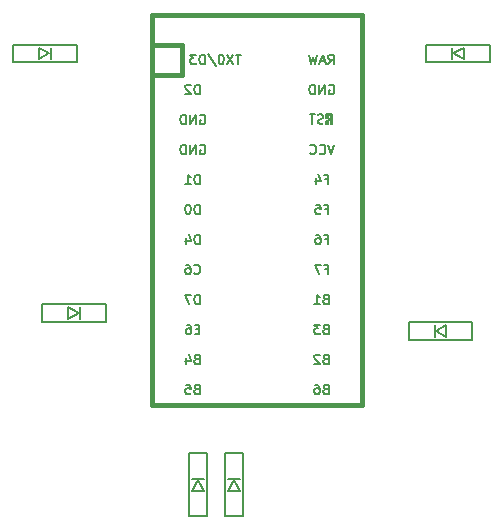
<source format=gbr>
G04 #@! TF.GenerationSoftware,KiCad,Pcbnew,(5.1.2)-2*
G04 #@! TF.CreationDate,2019-07-15T17:49:32+09:00*
G04 #@! TF.ProjectId,meishi,6d656973-6869-42e6-9b69-6361645f7063,rev?*
G04 #@! TF.SameCoordinates,Original*
G04 #@! TF.FileFunction,Legend,Bot*
G04 #@! TF.FilePolarity,Positive*
%FSLAX46Y46*%
G04 Gerber Fmt 4.6, Leading zero omitted, Abs format (unit mm)*
G04 Created by KiCad (PCBNEW (5.1.2)-2) date 2019-07-15 17:49:32*
%MOMM*%
%LPD*%
G04 APERTURE LIST*
%ADD10C,0.150000*%
%ADD11C,0.381000*%
G04 APERTURE END LIST*
D10*
X151100000Y-53000000D02*
X152000000Y-52500000D01*
X152000000Y-52500000D02*
X152000000Y-53500000D01*
X152000000Y-53500000D02*
X151100000Y-53000000D01*
X151000000Y-52500000D02*
X151000000Y-53500000D01*
X154200000Y-52250000D02*
X148800000Y-52250000D01*
X148800000Y-52250000D02*
X148800000Y-53750000D01*
X148800000Y-53750000D02*
X154200000Y-53750000D01*
X154200000Y-53750000D02*
X154200000Y-52250000D01*
X129500000Y-89100000D02*
X130000000Y-90000000D01*
X130000000Y-90000000D02*
X129000000Y-90000000D01*
X129000000Y-90000000D02*
X129500000Y-89100000D01*
X130000000Y-89000000D02*
X129000000Y-89000000D01*
X130250000Y-92200000D02*
X130250000Y-86800000D01*
X130250000Y-86800000D02*
X128750000Y-86800000D01*
X128750000Y-86800000D02*
X128750000Y-92200000D01*
X128750000Y-92200000D02*
X130250000Y-92200000D01*
X131750000Y-92200000D02*
X133250000Y-92200000D01*
X131750000Y-86800000D02*
X131750000Y-92200000D01*
X133250000Y-86800000D02*
X131750000Y-86800000D01*
X133250000Y-92200000D02*
X133250000Y-86800000D01*
X133000000Y-89000000D02*
X132000000Y-89000000D01*
X132000000Y-90000000D02*
X132500000Y-89100000D01*
X133000000Y-90000000D02*
X132000000Y-90000000D01*
X132500000Y-89100000D02*
X133000000Y-90000000D01*
X113800000Y-52250000D02*
X113800000Y-53750000D01*
X119200000Y-52250000D02*
X113800000Y-52250000D01*
X119200000Y-53750000D02*
X119200000Y-52250000D01*
X113800000Y-53750000D02*
X119200000Y-53750000D01*
X117000000Y-53500000D02*
X117000000Y-52500000D01*
X116000000Y-52500000D02*
X116900000Y-53000000D01*
X116000000Y-53500000D02*
X116000000Y-52500000D01*
X116900000Y-53000000D02*
X116000000Y-53500000D01*
X116300000Y-74250000D02*
X116300000Y-75750000D01*
X121700000Y-74250000D02*
X116300000Y-74250000D01*
X121700000Y-75750000D02*
X121700000Y-74250000D01*
X116300000Y-75750000D02*
X121700000Y-75750000D01*
X119500000Y-75500000D02*
X119500000Y-74500000D01*
X118500000Y-74500000D02*
X119400000Y-75000000D01*
X118500000Y-75500000D02*
X118500000Y-74500000D01*
X119400000Y-75000000D02*
X118500000Y-75500000D01*
X149600000Y-76500000D02*
X150500000Y-76000000D01*
X150500000Y-76000000D02*
X150500000Y-77000000D01*
X150500000Y-77000000D02*
X149600000Y-76500000D01*
X149500000Y-76000000D02*
X149500000Y-77000000D01*
X152700000Y-75750000D02*
X147300000Y-75750000D01*
X147300000Y-75750000D02*
X147300000Y-77250000D01*
X147300000Y-77250000D02*
X152700000Y-77250000D01*
X152700000Y-77250000D02*
X152700000Y-75750000D01*
D11*
X128150000Y-52260000D02*
X125610000Y-52260000D01*
X143390000Y-49720000D02*
X125610000Y-49720000D01*
X125610000Y-49720000D02*
X125610000Y-82740000D01*
X125610000Y-82740000D02*
X143390000Y-82740000D01*
X143390000Y-82740000D02*
X143390000Y-49720000D01*
D10*
G36*
X140344635Y-58149030D02*
G01*
X140344635Y-58249030D01*
X140844635Y-58249030D01*
X140844635Y-58149030D01*
X140344635Y-58149030D01*
G37*
X140344635Y-58149030D02*
X140344635Y-58249030D01*
X140844635Y-58249030D01*
X140844635Y-58149030D01*
X140344635Y-58149030D01*
G36*
X140344635Y-58149030D02*
G01*
X140344635Y-58449030D01*
X140444635Y-58449030D01*
X140444635Y-58149030D01*
X140344635Y-58149030D01*
G37*
X140344635Y-58149030D02*
X140344635Y-58449030D01*
X140444635Y-58449030D01*
X140444635Y-58149030D01*
X140344635Y-58149030D01*
G36*
X140344635Y-58749030D02*
G01*
X140344635Y-58949030D01*
X140444635Y-58949030D01*
X140444635Y-58749030D01*
X140344635Y-58749030D01*
G37*
X140344635Y-58749030D02*
X140344635Y-58949030D01*
X140444635Y-58949030D01*
X140444635Y-58749030D01*
X140344635Y-58749030D01*
G36*
X140744635Y-58149030D02*
G01*
X140744635Y-58949030D01*
X140844635Y-58949030D01*
X140844635Y-58149030D01*
X140744635Y-58149030D01*
G37*
X140744635Y-58149030D02*
X140744635Y-58949030D01*
X140844635Y-58949030D01*
X140844635Y-58149030D01*
X140744635Y-58149030D01*
G36*
X140544635Y-58549030D02*
G01*
X140544635Y-58649030D01*
X140644635Y-58649030D01*
X140644635Y-58549030D01*
X140544635Y-58549030D01*
G37*
X140544635Y-58549030D02*
X140544635Y-58649030D01*
X140644635Y-58649030D01*
X140644635Y-58549030D01*
X140544635Y-58549030D01*
D11*
X128150000Y-52260000D02*
X128150000Y-54800000D01*
X128150000Y-54800000D02*
X125610000Y-54800000D01*
D10*
X140073333Y-58913809D02*
X139959047Y-58951904D01*
X139768571Y-58951904D01*
X139692380Y-58913809D01*
X139654285Y-58875714D01*
X139616190Y-58799523D01*
X139616190Y-58723333D01*
X139654285Y-58647142D01*
X139692380Y-58609047D01*
X139768571Y-58570952D01*
X139920952Y-58532857D01*
X139997142Y-58494761D01*
X140035238Y-58456666D01*
X140073333Y-58380476D01*
X140073333Y-58304285D01*
X140035238Y-58228095D01*
X139997142Y-58190000D01*
X139920952Y-58151904D01*
X139730476Y-58151904D01*
X139616190Y-58190000D01*
X139387619Y-58151904D02*
X138930476Y-58151904D01*
X139159047Y-58951904D02*
X139159047Y-58151904D01*
X133118604Y-53091904D02*
X132661461Y-53091904D01*
X132890032Y-53891904D02*
X132890032Y-53091904D01*
X132470985Y-53091904D02*
X131937651Y-53891904D01*
X131937651Y-53091904D02*
X132470985Y-53891904D01*
X131480508Y-53091904D02*
X131404318Y-53091904D01*
X131328128Y-53130000D01*
X131290032Y-53168095D01*
X131251937Y-53244285D01*
X131213842Y-53396666D01*
X131213842Y-53587142D01*
X131251937Y-53739523D01*
X131290032Y-53815714D01*
X131328128Y-53853809D01*
X131404318Y-53891904D01*
X131480508Y-53891904D01*
X131556699Y-53853809D01*
X131594794Y-53815714D01*
X131632889Y-53739523D01*
X131670985Y-53587142D01*
X131670985Y-53396666D01*
X131632889Y-53244285D01*
X131594794Y-53168095D01*
X131556699Y-53130000D01*
X131480508Y-53091904D01*
X130299556Y-53053809D02*
X130985270Y-54082380D01*
X130032889Y-53891904D02*
X130032889Y-53091904D01*
X129842413Y-53091904D01*
X129728128Y-53130000D01*
X129651937Y-53206190D01*
X129613842Y-53282380D01*
X129575747Y-53434761D01*
X129575747Y-53549047D01*
X129613842Y-53701428D01*
X129651937Y-53777619D01*
X129728128Y-53853809D01*
X129842413Y-53891904D01*
X130032889Y-53891904D01*
X129309080Y-53091904D02*
X128813842Y-53091904D01*
X129080508Y-53396666D01*
X128966223Y-53396666D01*
X128890032Y-53434761D01*
X128851937Y-53472857D01*
X128813842Y-53549047D01*
X128813842Y-53739523D01*
X128851937Y-53815714D01*
X128890032Y-53853809D01*
X128966223Y-53891904D01*
X129194794Y-53891904D01*
X129270985Y-53853809D01*
X129309080Y-53815714D01*
X140284809Y-78872857D02*
X140170523Y-78910952D01*
X140132428Y-78949047D01*
X140094333Y-79025238D01*
X140094333Y-79139523D01*
X140132428Y-79215714D01*
X140170523Y-79253809D01*
X140246714Y-79291904D01*
X140551476Y-79291904D01*
X140551476Y-78491904D01*
X140284809Y-78491904D01*
X140208619Y-78530000D01*
X140170523Y-78568095D01*
X140132428Y-78644285D01*
X140132428Y-78720476D01*
X140170523Y-78796666D01*
X140208619Y-78834761D01*
X140284809Y-78872857D01*
X140551476Y-78872857D01*
X139789571Y-78568095D02*
X139751476Y-78530000D01*
X139675285Y-78491904D01*
X139484809Y-78491904D01*
X139408619Y-78530000D01*
X139370523Y-78568095D01*
X139332428Y-78644285D01*
X139332428Y-78720476D01*
X139370523Y-78834761D01*
X139827666Y-79291904D01*
X139332428Y-79291904D01*
X140227666Y-71252857D02*
X140494333Y-71252857D01*
X140494333Y-71671904D02*
X140494333Y-70871904D01*
X140113380Y-70871904D01*
X139884809Y-70871904D02*
X139351476Y-70871904D01*
X139694333Y-71671904D01*
X140227666Y-68712857D02*
X140494333Y-68712857D01*
X140494333Y-69131904D02*
X140494333Y-68331904D01*
X140113380Y-68331904D01*
X139465761Y-68331904D02*
X139618142Y-68331904D01*
X139694333Y-68370000D01*
X139732428Y-68408095D01*
X139808619Y-68522380D01*
X139846714Y-68674761D01*
X139846714Y-68979523D01*
X139808619Y-69055714D01*
X139770523Y-69093809D01*
X139694333Y-69131904D01*
X139541952Y-69131904D01*
X139465761Y-69093809D01*
X139427666Y-69055714D01*
X139389571Y-68979523D01*
X139389571Y-68789047D01*
X139427666Y-68712857D01*
X139465761Y-68674761D01*
X139541952Y-68636666D01*
X139694333Y-68636666D01*
X139770523Y-68674761D01*
X139808619Y-68712857D01*
X139846714Y-68789047D01*
X140227666Y-66172857D02*
X140494333Y-66172857D01*
X140494333Y-66591904D02*
X140494333Y-65791904D01*
X140113380Y-65791904D01*
X139427666Y-65791904D02*
X139808619Y-65791904D01*
X139846714Y-66172857D01*
X139808619Y-66134761D01*
X139732428Y-66096666D01*
X139541952Y-66096666D01*
X139465761Y-66134761D01*
X139427666Y-66172857D01*
X139389571Y-66249047D01*
X139389571Y-66439523D01*
X139427666Y-66515714D01*
X139465761Y-66553809D01*
X139541952Y-66591904D01*
X139732428Y-66591904D01*
X139808619Y-66553809D01*
X139846714Y-66515714D01*
X140513380Y-53891904D02*
X140780047Y-53510952D01*
X140970523Y-53891904D02*
X140970523Y-53091904D01*
X140665761Y-53091904D01*
X140589571Y-53130000D01*
X140551476Y-53168095D01*
X140513380Y-53244285D01*
X140513380Y-53358571D01*
X140551476Y-53434761D01*
X140589571Y-53472857D01*
X140665761Y-53510952D01*
X140970523Y-53510952D01*
X140208619Y-53663333D02*
X139827666Y-53663333D01*
X140284809Y-53891904D02*
X140018142Y-53091904D01*
X139751476Y-53891904D01*
X139561000Y-53091904D02*
X139370523Y-53891904D01*
X139218142Y-53320476D01*
X139065761Y-53891904D01*
X138875285Y-53091904D01*
X140570523Y-55670000D02*
X140646714Y-55631904D01*
X140761000Y-55631904D01*
X140875285Y-55670000D01*
X140951476Y-55746190D01*
X140989571Y-55822380D01*
X141027666Y-55974761D01*
X141027666Y-56089047D01*
X140989571Y-56241428D01*
X140951476Y-56317619D01*
X140875285Y-56393809D01*
X140761000Y-56431904D01*
X140684809Y-56431904D01*
X140570523Y-56393809D01*
X140532428Y-56355714D01*
X140532428Y-56089047D01*
X140684809Y-56089047D01*
X140189571Y-56431904D02*
X140189571Y-55631904D01*
X139732428Y-56431904D01*
X139732428Y-55631904D01*
X139351476Y-56431904D02*
X139351476Y-55631904D01*
X139161000Y-55631904D01*
X139046714Y-55670000D01*
X138970523Y-55746190D01*
X138932428Y-55822380D01*
X138894333Y-55974761D01*
X138894333Y-56089047D01*
X138932428Y-56241428D01*
X138970523Y-56317619D01*
X139046714Y-56393809D01*
X139161000Y-56431904D01*
X139351476Y-56431904D01*
X141027666Y-60711904D02*
X140761000Y-61511904D01*
X140494333Y-60711904D01*
X139770523Y-61435714D02*
X139808619Y-61473809D01*
X139922904Y-61511904D01*
X139999095Y-61511904D01*
X140113380Y-61473809D01*
X140189571Y-61397619D01*
X140227666Y-61321428D01*
X140265761Y-61169047D01*
X140265761Y-61054761D01*
X140227666Y-60902380D01*
X140189571Y-60826190D01*
X140113380Y-60750000D01*
X139999095Y-60711904D01*
X139922904Y-60711904D01*
X139808619Y-60750000D01*
X139770523Y-60788095D01*
X138970523Y-61435714D02*
X139008619Y-61473809D01*
X139122904Y-61511904D01*
X139199095Y-61511904D01*
X139313380Y-61473809D01*
X139389571Y-61397619D01*
X139427666Y-61321428D01*
X139465761Y-61169047D01*
X139465761Y-61054761D01*
X139427666Y-60902380D01*
X139389571Y-60826190D01*
X139313380Y-60750000D01*
X139199095Y-60711904D01*
X139122904Y-60711904D01*
X139008619Y-60750000D01*
X138970523Y-60788095D01*
X140227666Y-63632857D02*
X140494333Y-63632857D01*
X140494333Y-64051904D02*
X140494333Y-63251904D01*
X140113380Y-63251904D01*
X139465761Y-63518571D02*
X139465761Y-64051904D01*
X139656238Y-63213809D02*
X139846714Y-63785238D01*
X139351476Y-63785238D01*
X140284809Y-73792857D02*
X140170523Y-73830952D01*
X140132428Y-73869047D01*
X140094333Y-73945238D01*
X140094333Y-74059523D01*
X140132428Y-74135714D01*
X140170523Y-74173809D01*
X140246714Y-74211904D01*
X140551476Y-74211904D01*
X140551476Y-73411904D01*
X140284809Y-73411904D01*
X140208619Y-73450000D01*
X140170523Y-73488095D01*
X140132428Y-73564285D01*
X140132428Y-73640476D01*
X140170523Y-73716666D01*
X140208619Y-73754761D01*
X140284809Y-73792857D01*
X140551476Y-73792857D01*
X139332428Y-74211904D02*
X139789571Y-74211904D01*
X139561000Y-74211904D02*
X139561000Y-73411904D01*
X139637190Y-73526190D01*
X139713380Y-73602380D01*
X139789571Y-73640476D01*
X140284809Y-76332857D02*
X140170523Y-76370952D01*
X140132428Y-76409047D01*
X140094333Y-76485238D01*
X140094333Y-76599523D01*
X140132428Y-76675714D01*
X140170523Y-76713809D01*
X140246714Y-76751904D01*
X140551476Y-76751904D01*
X140551476Y-75951904D01*
X140284809Y-75951904D01*
X140208619Y-75990000D01*
X140170523Y-76028095D01*
X140132428Y-76104285D01*
X140132428Y-76180476D01*
X140170523Y-76256666D01*
X140208619Y-76294761D01*
X140284809Y-76332857D01*
X140551476Y-76332857D01*
X139827666Y-75951904D02*
X139332428Y-75951904D01*
X139599095Y-76256666D01*
X139484809Y-76256666D01*
X139408619Y-76294761D01*
X139370523Y-76332857D01*
X139332428Y-76409047D01*
X139332428Y-76599523D01*
X139370523Y-76675714D01*
X139408619Y-76713809D01*
X139484809Y-76751904D01*
X139713380Y-76751904D01*
X139789571Y-76713809D01*
X139827666Y-76675714D01*
X140284809Y-81412857D02*
X140170523Y-81450952D01*
X140132428Y-81489047D01*
X140094333Y-81565238D01*
X140094333Y-81679523D01*
X140132428Y-81755714D01*
X140170523Y-81793809D01*
X140246714Y-81831904D01*
X140551476Y-81831904D01*
X140551476Y-81031904D01*
X140284809Y-81031904D01*
X140208619Y-81070000D01*
X140170523Y-81108095D01*
X140132428Y-81184285D01*
X140132428Y-81260476D01*
X140170523Y-81336666D01*
X140208619Y-81374761D01*
X140284809Y-81412857D01*
X140551476Y-81412857D01*
X139408619Y-81031904D02*
X139561000Y-81031904D01*
X139637190Y-81070000D01*
X139675285Y-81108095D01*
X139751476Y-81222380D01*
X139789571Y-81374761D01*
X139789571Y-81679523D01*
X139751476Y-81755714D01*
X139713380Y-81793809D01*
X139637190Y-81831904D01*
X139484809Y-81831904D01*
X139408619Y-81793809D01*
X139370523Y-81755714D01*
X139332428Y-81679523D01*
X139332428Y-81489047D01*
X139370523Y-81412857D01*
X139408619Y-81374761D01*
X139484809Y-81336666D01*
X139637190Y-81336666D01*
X139713380Y-81374761D01*
X139751476Y-81412857D01*
X139789571Y-81489047D01*
X129362809Y-81412857D02*
X129248523Y-81450952D01*
X129210428Y-81489047D01*
X129172333Y-81565238D01*
X129172333Y-81679523D01*
X129210428Y-81755714D01*
X129248523Y-81793809D01*
X129324714Y-81831904D01*
X129629476Y-81831904D01*
X129629476Y-81031904D01*
X129362809Y-81031904D01*
X129286619Y-81070000D01*
X129248523Y-81108095D01*
X129210428Y-81184285D01*
X129210428Y-81260476D01*
X129248523Y-81336666D01*
X129286619Y-81374761D01*
X129362809Y-81412857D01*
X129629476Y-81412857D01*
X128448523Y-81031904D02*
X128829476Y-81031904D01*
X128867571Y-81412857D01*
X128829476Y-81374761D01*
X128753285Y-81336666D01*
X128562809Y-81336666D01*
X128486619Y-81374761D01*
X128448523Y-81412857D01*
X128410428Y-81489047D01*
X128410428Y-81679523D01*
X128448523Y-81755714D01*
X128486619Y-81793809D01*
X128562809Y-81831904D01*
X128753285Y-81831904D01*
X128829476Y-81793809D01*
X128867571Y-81755714D01*
X129362809Y-78872857D02*
X129248523Y-78910952D01*
X129210428Y-78949047D01*
X129172333Y-79025238D01*
X129172333Y-79139523D01*
X129210428Y-79215714D01*
X129248523Y-79253809D01*
X129324714Y-79291904D01*
X129629476Y-79291904D01*
X129629476Y-78491904D01*
X129362809Y-78491904D01*
X129286619Y-78530000D01*
X129248523Y-78568095D01*
X129210428Y-78644285D01*
X129210428Y-78720476D01*
X129248523Y-78796666D01*
X129286619Y-78834761D01*
X129362809Y-78872857D01*
X129629476Y-78872857D01*
X128486619Y-78758571D02*
X128486619Y-79291904D01*
X128677095Y-78453809D02*
X128867571Y-79025238D01*
X128372333Y-79025238D01*
X129591380Y-76332857D02*
X129324714Y-76332857D01*
X129210428Y-76751904D02*
X129591380Y-76751904D01*
X129591380Y-75951904D01*
X129210428Y-75951904D01*
X128524714Y-75951904D02*
X128677095Y-75951904D01*
X128753285Y-75990000D01*
X128791380Y-76028095D01*
X128867571Y-76142380D01*
X128905666Y-76294761D01*
X128905666Y-76599523D01*
X128867571Y-76675714D01*
X128829476Y-76713809D01*
X128753285Y-76751904D01*
X128600904Y-76751904D01*
X128524714Y-76713809D01*
X128486619Y-76675714D01*
X128448523Y-76599523D01*
X128448523Y-76409047D01*
X128486619Y-76332857D01*
X128524714Y-76294761D01*
X128600904Y-76256666D01*
X128753285Y-76256666D01*
X128829476Y-76294761D01*
X128867571Y-76332857D01*
X128905666Y-76409047D01*
X129629476Y-74211904D02*
X129629476Y-73411904D01*
X129439000Y-73411904D01*
X129324714Y-73450000D01*
X129248523Y-73526190D01*
X129210428Y-73602380D01*
X129172333Y-73754761D01*
X129172333Y-73869047D01*
X129210428Y-74021428D01*
X129248523Y-74097619D01*
X129324714Y-74173809D01*
X129439000Y-74211904D01*
X129629476Y-74211904D01*
X128905666Y-73411904D02*
X128372333Y-73411904D01*
X128715190Y-74211904D01*
X129172333Y-71595714D02*
X129210428Y-71633809D01*
X129324714Y-71671904D01*
X129400904Y-71671904D01*
X129515190Y-71633809D01*
X129591380Y-71557619D01*
X129629476Y-71481428D01*
X129667571Y-71329047D01*
X129667571Y-71214761D01*
X129629476Y-71062380D01*
X129591380Y-70986190D01*
X129515190Y-70910000D01*
X129400904Y-70871904D01*
X129324714Y-70871904D01*
X129210428Y-70910000D01*
X129172333Y-70948095D01*
X128486619Y-70871904D02*
X128639000Y-70871904D01*
X128715190Y-70910000D01*
X128753285Y-70948095D01*
X128829476Y-71062380D01*
X128867571Y-71214761D01*
X128867571Y-71519523D01*
X128829476Y-71595714D01*
X128791380Y-71633809D01*
X128715190Y-71671904D01*
X128562809Y-71671904D01*
X128486619Y-71633809D01*
X128448523Y-71595714D01*
X128410428Y-71519523D01*
X128410428Y-71329047D01*
X128448523Y-71252857D01*
X128486619Y-71214761D01*
X128562809Y-71176666D01*
X128715190Y-71176666D01*
X128791380Y-71214761D01*
X128829476Y-71252857D01*
X128867571Y-71329047D01*
X129629476Y-69131904D02*
X129629476Y-68331904D01*
X129439000Y-68331904D01*
X129324714Y-68370000D01*
X129248523Y-68446190D01*
X129210428Y-68522380D01*
X129172333Y-68674761D01*
X129172333Y-68789047D01*
X129210428Y-68941428D01*
X129248523Y-69017619D01*
X129324714Y-69093809D01*
X129439000Y-69131904D01*
X129629476Y-69131904D01*
X128486619Y-68598571D02*
X128486619Y-69131904D01*
X128677095Y-68293809D02*
X128867571Y-68865238D01*
X128372333Y-68865238D01*
X129648523Y-58210000D02*
X129724714Y-58171904D01*
X129839000Y-58171904D01*
X129953285Y-58210000D01*
X130029476Y-58286190D01*
X130067571Y-58362380D01*
X130105666Y-58514761D01*
X130105666Y-58629047D01*
X130067571Y-58781428D01*
X130029476Y-58857619D01*
X129953285Y-58933809D01*
X129839000Y-58971904D01*
X129762809Y-58971904D01*
X129648523Y-58933809D01*
X129610428Y-58895714D01*
X129610428Y-58629047D01*
X129762809Y-58629047D01*
X129267571Y-58971904D02*
X129267571Y-58171904D01*
X128810428Y-58971904D01*
X128810428Y-58171904D01*
X128429476Y-58971904D02*
X128429476Y-58171904D01*
X128239000Y-58171904D01*
X128124714Y-58210000D01*
X128048523Y-58286190D01*
X128010428Y-58362380D01*
X127972333Y-58514761D01*
X127972333Y-58629047D01*
X128010428Y-58781428D01*
X128048523Y-58857619D01*
X128124714Y-58933809D01*
X128239000Y-58971904D01*
X128429476Y-58971904D01*
X129648523Y-60750000D02*
X129724714Y-60711904D01*
X129839000Y-60711904D01*
X129953285Y-60750000D01*
X130029476Y-60826190D01*
X130067571Y-60902380D01*
X130105666Y-61054761D01*
X130105666Y-61169047D01*
X130067571Y-61321428D01*
X130029476Y-61397619D01*
X129953285Y-61473809D01*
X129839000Y-61511904D01*
X129762809Y-61511904D01*
X129648523Y-61473809D01*
X129610428Y-61435714D01*
X129610428Y-61169047D01*
X129762809Y-61169047D01*
X129267571Y-61511904D02*
X129267571Y-60711904D01*
X128810428Y-61511904D01*
X128810428Y-60711904D01*
X128429476Y-61511904D02*
X128429476Y-60711904D01*
X128239000Y-60711904D01*
X128124714Y-60750000D01*
X128048523Y-60826190D01*
X128010428Y-60902380D01*
X127972333Y-61054761D01*
X127972333Y-61169047D01*
X128010428Y-61321428D01*
X128048523Y-61397619D01*
X128124714Y-61473809D01*
X128239000Y-61511904D01*
X128429476Y-61511904D01*
X129629476Y-64051904D02*
X129629476Y-63251904D01*
X129439000Y-63251904D01*
X129324714Y-63290000D01*
X129248523Y-63366190D01*
X129210428Y-63442380D01*
X129172333Y-63594761D01*
X129172333Y-63709047D01*
X129210428Y-63861428D01*
X129248523Y-63937619D01*
X129324714Y-64013809D01*
X129439000Y-64051904D01*
X129629476Y-64051904D01*
X128410428Y-64051904D02*
X128867571Y-64051904D01*
X128639000Y-64051904D02*
X128639000Y-63251904D01*
X128715190Y-63366190D01*
X128791380Y-63442380D01*
X128867571Y-63480476D01*
X129629476Y-66591904D02*
X129629476Y-65791904D01*
X129439000Y-65791904D01*
X129324714Y-65830000D01*
X129248523Y-65906190D01*
X129210428Y-65982380D01*
X129172333Y-66134761D01*
X129172333Y-66249047D01*
X129210428Y-66401428D01*
X129248523Y-66477619D01*
X129324714Y-66553809D01*
X129439000Y-66591904D01*
X129629476Y-66591904D01*
X128677095Y-65791904D02*
X128600904Y-65791904D01*
X128524714Y-65830000D01*
X128486619Y-65868095D01*
X128448523Y-65944285D01*
X128410428Y-66096666D01*
X128410428Y-66287142D01*
X128448523Y-66439523D01*
X128486619Y-66515714D01*
X128524714Y-66553809D01*
X128600904Y-66591904D01*
X128677095Y-66591904D01*
X128753285Y-66553809D01*
X128791380Y-66515714D01*
X128829476Y-66439523D01*
X128867571Y-66287142D01*
X128867571Y-66096666D01*
X128829476Y-65944285D01*
X128791380Y-65868095D01*
X128753285Y-65830000D01*
X128677095Y-65791904D01*
X129629476Y-56431904D02*
X129629476Y-55631904D01*
X129439000Y-55631904D01*
X129324714Y-55670000D01*
X129248523Y-55746190D01*
X129210428Y-55822380D01*
X129172333Y-55974761D01*
X129172333Y-56089047D01*
X129210428Y-56241428D01*
X129248523Y-56317619D01*
X129324714Y-56393809D01*
X129439000Y-56431904D01*
X129629476Y-56431904D01*
X128867571Y-55708095D02*
X128829476Y-55670000D01*
X128753285Y-55631904D01*
X128562809Y-55631904D01*
X128486619Y-55670000D01*
X128448523Y-55708095D01*
X128410428Y-55784285D01*
X128410428Y-55860476D01*
X128448523Y-55974761D01*
X128905666Y-56431904D01*
X128410428Y-56431904D01*
M02*

</source>
